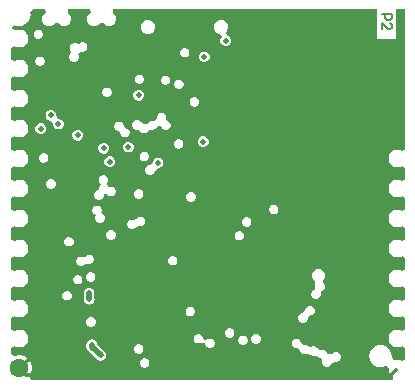
<source format=gbr>
%TF.GenerationSoftware,Altium Limited,Altium Designer,21.4.1 (30)*%
G04 Layer_Physical_Order=2*
G04 Layer_Color=36540*
%FSLAX26Y26*%
%MOIN*%
%TF.SameCoordinates,A13BDBB0-CAD7-4838-8454-AA6E24CDD61A*%
%TF.FilePolarity,Positive*%
%TF.FileFunction,Copper,L2,Inr,Signal*%
%TF.Part,Single*%
G01*
G75*
%TA.AperFunction,Conductor*%
%ADD11C,0.011811*%
%ADD45C,0.019685*%
%TA.AperFunction,NonConductor*%
%ADD48C,0.007874*%
%TA.AperFunction,ComponentPad*%
%ADD50C,0.062992*%
%TA.AperFunction,ViaPad*%
%ADD52C,0.019685*%
%ADD53C,0.039370*%
%ADD55C,0.023622*%
G36*
X1326541Y780828D02*
X1322743Y777827D01*
X1314730Y774887D01*
X1310527Y777314D01*
X1303072Y779312D01*
X1295354D01*
X1287899Y777314D01*
X1281216Y773455D01*
X1275758Y767998D01*
X1271900Y761314D01*
X1269902Y753859D01*
Y746142D01*
X1271900Y738687D01*
X1275758Y732003D01*
X1281216Y726546D01*
X1287899Y722687D01*
X1295354Y720689D01*
X1303072D01*
X1310527Y722687D01*
X1314730Y725114D01*
X1322743Y722174D01*
X1326541Y719173D01*
Y680828D01*
X1322743Y677827D01*
X1314730Y674887D01*
X1310527Y677314D01*
X1303072Y679312D01*
X1295354D01*
X1287899Y677314D01*
X1281216Y673455D01*
X1275758Y667998D01*
X1271900Y661314D01*
X1269902Y653859D01*
Y646142D01*
X1271900Y638687D01*
X1275758Y632003D01*
X1281216Y626546D01*
X1287899Y622687D01*
X1295354Y620689D01*
X1303072D01*
X1310527Y622687D01*
X1314730Y625114D01*
X1322743Y622174D01*
X1326541Y619173D01*
Y580828D01*
X1322743Y577827D01*
X1314730Y574887D01*
X1310527Y577314D01*
X1303072Y579312D01*
X1295354D01*
X1287899Y577314D01*
X1281216Y573455D01*
X1275758Y567998D01*
X1271900Y561314D01*
X1269902Y553859D01*
Y546142D01*
X1271900Y538687D01*
X1275758Y532003D01*
X1281216Y526546D01*
X1287899Y522687D01*
X1295354Y520689D01*
X1303072D01*
X1310527Y522687D01*
X1314730Y525114D01*
X1322743Y522174D01*
X1326541Y519173D01*
Y480828D01*
X1322743Y477827D01*
X1314730Y474887D01*
X1310527Y477314D01*
X1303072Y479312D01*
X1295354D01*
X1287899Y477314D01*
X1281216Y473455D01*
X1275758Y467998D01*
X1271900Y461314D01*
X1269902Y453859D01*
Y446142D01*
X1271900Y438687D01*
X1275758Y432003D01*
X1281216Y426546D01*
X1287899Y422687D01*
X1295354Y420690D01*
X1303072D01*
X1310527Y422687D01*
X1314730Y425114D01*
X1322743Y422175D01*
X1326541Y419173D01*
Y380828D01*
X1322743Y377827D01*
X1314730Y374887D01*
X1310527Y377314D01*
X1303072Y379312D01*
X1295354D01*
X1287899Y377314D01*
X1281216Y373455D01*
X1275758Y367998D01*
X1271900Y361314D01*
X1269902Y353859D01*
Y346142D01*
X1271900Y338687D01*
X1275758Y332003D01*
X1281216Y326546D01*
X1287899Y322687D01*
X1295354Y320690D01*
X1303072D01*
X1310527Y322687D01*
X1314730Y325114D01*
X1322743Y322175D01*
X1326541Y319173D01*
Y280828D01*
X1322743Y277827D01*
X1314730Y274887D01*
X1310527Y277314D01*
X1303072Y279312D01*
X1295354D01*
X1287899Y277314D01*
X1281216Y273455D01*
X1275758Y267998D01*
X1271900Y261314D01*
X1269902Y253859D01*
Y246142D01*
X1271900Y238687D01*
X1275758Y232003D01*
X1281216Y226546D01*
X1287899Y222687D01*
X1295354Y220690D01*
X1303072D01*
X1310527Y222687D01*
X1314730Y225114D01*
X1322743Y222174D01*
X1326541Y219173D01*
Y180828D01*
X1322743Y177827D01*
X1314730Y174887D01*
X1310527Y177314D01*
X1303072Y179311D01*
X1295354D01*
X1287899Y177314D01*
X1281216Y173455D01*
X1275758Y167998D01*
X1271900Y161314D01*
X1269902Y153859D01*
Y146142D01*
X1271900Y138687D01*
X1275758Y132003D01*
X1281216Y126546D01*
X1287899Y122687D01*
X1295354Y120689D01*
X1303072D01*
X1310527Y122687D01*
X1314730Y125114D01*
X1322743Y122174D01*
X1326541Y119173D01*
Y80828D01*
X1322743Y77826D01*
X1314730Y74887D01*
X1310527Y77314D01*
X1303072Y79311D01*
X1295354D01*
X1290313Y77961D01*
X1289098Y78362D01*
X1283729Y82143D01*
X1280039Y86414D01*
X1280680Y91281D01*
X1279401Y100993D01*
X1275653Y110043D01*
X1269689Y117815D01*
X1261917Y123779D01*
X1252867Y127528D01*
X1243154Y128806D01*
X1233442Y127528D01*
X1224392Y123779D01*
X1216620Y117815D01*
X1210656Y110043D01*
X1206907Y100993D01*
X1205629Y91281D01*
X1206907Y81568D01*
X1210656Y72518D01*
X1216620Y64746D01*
X1224392Y58782D01*
X1233442Y55033D01*
X1243154Y53755D01*
X1252867Y55033D01*
X1258629Y57420D01*
X1262261Y56273D01*
X1266989Y53218D01*
X1269902Y50022D01*
Y46142D01*
X1271900Y38687D01*
X1274699Y33838D01*
X1295037Y54176D01*
X1303389Y45825D01*
X1283051Y25486D01*
X1285879Y23853D01*
X1285405Y16135D01*
X1283847Y12042D01*
X79361D01*
X74776Y21806D01*
X74281Y23853D01*
X79725Y33283D01*
X82676Y44297D01*
Y55700D01*
X79725Y66715D01*
X74129Y76407D01*
X43545Y45823D01*
X35193Y54175D01*
X65777Y84759D01*
X56085Y90355D01*
X45071Y93306D01*
X33667D01*
X23853Y90676D01*
X21418Y91229D01*
X12042Y97867D01*
Y119170D01*
X15838Y122170D01*
X23853Y125111D01*
X28055Y122685D01*
X35510Y120688D01*
X43228D01*
X50683Y122685D01*
X57366Y126544D01*
X62824Y132001D01*
X66683Y138685D01*
X68680Y146140D01*
Y153858D01*
X66683Y161312D01*
X62824Y167996D01*
X57366Y173453D01*
X50683Y177312D01*
X43228Y179310D01*
X35510D01*
X28055Y177312D01*
X23853Y174886D01*
X15838Y177828D01*
X12042Y180828D01*
Y219177D01*
X15844Y222179D01*
X23853Y225117D01*
X28059Y222689D01*
X35513Y220691D01*
X43231D01*
X50686Y222689D01*
X57370Y226548D01*
X62827Y232005D01*
X66686Y238689D01*
X68683Y246143D01*
Y253861D01*
X66686Y261316D01*
X62827Y268000D01*
X57370Y273457D01*
X50686Y277316D01*
X43231Y279313D01*
X35513D01*
X28059Y277316D01*
X23853Y274888D01*
X15844Y277825D01*
X12042Y280828D01*
Y319177D01*
X15844Y322179D01*
X23853Y325116D01*
X28059Y322689D01*
X35513Y320691D01*
X43231D01*
X50686Y322689D01*
X57370Y326548D01*
X62827Y332005D01*
X66686Y338688D01*
X68683Y346143D01*
Y353861D01*
X66686Y361316D01*
X62827Y368000D01*
X57370Y373457D01*
X50686Y377316D01*
X43231Y379313D01*
X35513D01*
X28059Y377316D01*
X23853Y374888D01*
X15844Y377825D01*
X12042Y380828D01*
Y419177D01*
X15844Y422179D01*
X23853Y425116D01*
X28059Y422689D01*
X35513Y420691D01*
X43231D01*
X50686Y422689D01*
X57370Y426548D01*
X62827Y432005D01*
X66686Y438688D01*
X68683Y446143D01*
Y453861D01*
X66686Y461316D01*
X62827Y468000D01*
X57370Y473457D01*
X50686Y477316D01*
X43231Y479313D01*
X35513D01*
X28059Y477316D01*
X23853Y474888D01*
X15844Y477825D01*
X12042Y480828D01*
Y519177D01*
X15844Y522179D01*
X23853Y525116D01*
X28059Y522689D01*
X35513Y520691D01*
X43231D01*
X50686Y522689D01*
X57370Y526548D01*
X62827Y532005D01*
X66686Y538688D01*
X68683Y546143D01*
Y553861D01*
X66686Y561316D01*
X62827Y568000D01*
X57370Y573457D01*
X50686Y577316D01*
X43231Y579313D01*
X35513D01*
X28059Y577316D01*
X23853Y574888D01*
X15844Y577825D01*
X12042Y580828D01*
Y619177D01*
X15844Y622179D01*
X23853Y625116D01*
X28059Y622689D01*
X35513Y620691D01*
X43231D01*
X50686Y622689D01*
X57370Y626548D01*
X62827Y632005D01*
X66686Y638688D01*
X68683Y646143D01*
Y653861D01*
X66686Y661316D01*
X62827Y668000D01*
X57370Y673457D01*
X50686Y677316D01*
X43231Y679313D01*
X35513D01*
X28059Y677316D01*
X23853Y674888D01*
X15844Y677825D01*
X12042Y680828D01*
Y719177D01*
X15844Y722179D01*
X23853Y725116D01*
X28059Y722689D01*
X35513Y720691D01*
X43231D01*
X50686Y722689D01*
X57370Y726548D01*
X62827Y732005D01*
X66686Y738688D01*
X68683Y746143D01*
Y753861D01*
X66686Y761316D01*
X62827Y768000D01*
X57370Y773457D01*
X50686Y777316D01*
X43231Y779313D01*
X35513D01*
X28059Y777316D01*
X23853Y774888D01*
X15844Y777825D01*
X12042Y780828D01*
Y819177D01*
X15844Y822179D01*
X23853Y825116D01*
X28059Y822689D01*
X35513Y820691D01*
X43231D01*
X50686Y822689D01*
X57370Y826548D01*
X62827Y832005D01*
X66686Y838688D01*
X68683Y846143D01*
Y853861D01*
X66686Y861316D01*
X62827Y868000D01*
X57370Y873457D01*
X50686Y877316D01*
X43231Y879313D01*
X35513D01*
X28059Y877316D01*
X23853Y874888D01*
X15844Y877825D01*
X12042Y880828D01*
Y919177D01*
X15844Y922179D01*
X23853Y925116D01*
X28059Y922689D01*
X35513Y920691D01*
X43231D01*
X50686Y922689D01*
X57370Y926548D01*
X62827Y932005D01*
X66686Y938688D01*
X68683Y946143D01*
Y953861D01*
X66686Y961316D01*
X62827Y968000D01*
X57370Y973457D01*
X50686Y977316D01*
X43231Y979313D01*
X35513D01*
X28059Y977316D01*
X23853Y974888D01*
X15844Y977825D01*
X12042Y980828D01*
Y1019177D01*
X15844Y1022179D01*
X23853Y1025117D01*
X28059Y1022689D01*
X35513Y1020691D01*
X43231D01*
X50686Y1022689D01*
X57370Y1026547D01*
X62827Y1032005D01*
X66686Y1038688D01*
X68683Y1046143D01*
Y1053861D01*
X66686Y1061316D01*
X62827Y1067999D01*
X57370Y1073457D01*
X50686Y1077316D01*
X43231Y1079313D01*
X35513D01*
X28059Y1077316D01*
X23853Y1074888D01*
X15844Y1077825D01*
X12042Y1080828D01*
Y1119177D01*
X15844Y1122179D01*
X23853Y1125117D01*
X28059Y1122689D01*
X35513Y1120691D01*
X43231D01*
X50686Y1122689D01*
X57370Y1126547D01*
X62827Y1132005D01*
X66686Y1138688D01*
X68683Y1146143D01*
Y1153861D01*
X66686Y1161316D01*
X62827Y1167999D01*
X57370Y1173457D01*
X50686Y1177316D01*
X43231Y1179313D01*
X35513D01*
X28059Y1177316D01*
X26837Y1176610D01*
X15493Y1181917D01*
X15079Y1188485D01*
X18470Y1190823D01*
X25957Y1194272D01*
X29660Y1192738D01*
X39372Y1191459D01*
X49085Y1192738D01*
X58135Y1196487D01*
X65907Y1202450D01*
X71870Y1210222D01*
X75619Y1219273D01*
X76898Y1228985D01*
X75976Y1235990D01*
X80485Y1243612D01*
X84633Y1247801D01*
X126347D01*
X128697Y1235990D01*
X125990Y1234869D01*
X119345Y1228224D01*
X115749Y1219542D01*
Y1210144D01*
X119345Y1201462D01*
X125990Y1194817D01*
X134672Y1191221D01*
X144069D01*
X152751Y1194817D01*
X157391Y1199457D01*
X164371Y1200628D01*
X171350Y1199457D01*
X175990Y1194817D01*
X184672Y1191221D01*
X194069D01*
X202751Y1194817D01*
X209396Y1201462D01*
X212993Y1210144D01*
Y1219542D01*
X209396Y1228224D01*
X202751Y1234869D01*
X200044Y1235990D01*
X202394Y1247801D01*
X276348D01*
X278697Y1235990D01*
X275990Y1234869D01*
X269345Y1228224D01*
X265749Y1219542D01*
Y1210144D01*
X269345Y1201462D01*
X275990Y1194817D01*
X284672Y1191221D01*
X294069D01*
X302751Y1194817D01*
X307391Y1199457D01*
X314371Y1200628D01*
X321350Y1199457D01*
X325990Y1194817D01*
X334672Y1191221D01*
X344069D01*
X352751Y1194817D01*
X359396Y1201462D01*
X362993Y1210144D01*
Y1219542D01*
X359396Y1228224D01*
X352751Y1234869D01*
X350044Y1235990D01*
X352394Y1247801D01*
X1233053D01*
Y1148792D01*
X1296035D01*
Y1247801D01*
X1326541D01*
Y780828D01*
D02*
G37*
%LPC*%
G36*
X472485Y1212598D02*
X463087D01*
X454405Y1209002D01*
X447760Y1202357D01*
X444164Y1193675D01*
Y1184278D01*
X447760Y1175596D01*
X454405Y1168951D01*
X463087Y1165354D01*
X472485D01*
X481167Y1168951D01*
X487812Y1175596D01*
X491408Y1184278D01*
Y1193675D01*
X487812Y1202357D01*
X481167Y1209002D01*
X472485Y1212598D01*
D02*
G37*
G36*
X106117Y1179455D02*
X99852D01*
X94064Y1177058D01*
X89634Y1172628D01*
X87237Y1166840D01*
Y1160575D01*
X89634Y1154787D01*
X94064Y1150357D01*
X99852Y1147959D01*
X106117D01*
X111905Y1150357D01*
X116335Y1154787D01*
X118733Y1160575D01*
Y1166840D01*
X116335Y1172628D01*
X111905Y1177058D01*
X106117Y1179455D01*
D02*
G37*
G36*
X253136Y1137556D02*
X246871D01*
X241083Y1135159D01*
X236653Y1130729D01*
X225434Y1134180D01*
X219169D01*
X213381Y1131782D01*
X208951Y1127352D01*
X206554Y1121564D01*
Y1115299D01*
X208951Y1109511D01*
X212186Y1103074D01*
X208577Y1097011D01*
X206180Y1091223D01*
Y1084958D01*
X208577Y1079170D01*
X213007Y1074740D01*
X218795Y1072343D01*
X225060D01*
X230848Y1074740D01*
X235278Y1079170D01*
X237676Y1084958D01*
Y1091223D01*
X235279Y1097011D01*
X235125Y1097316D01*
X243415Y1107123D01*
X246871Y1106060D01*
X253136D01*
X258924Y1108457D01*
X263354Y1112888D01*
X265752Y1118676D01*
Y1124940D01*
X263354Y1130728D01*
X258924Y1135159D01*
X253136Y1137556D01*
D02*
G37*
G36*
X716686Y1212598D02*
X707289D01*
X698607Y1209002D01*
X691962Y1202357D01*
X688365Y1193675D01*
Y1184278D01*
X691962Y1175596D01*
X698607Y1168951D01*
X707289Y1165354D01*
X709227D01*
X713745Y1153543D01*
X711956Y1151755D01*
X709259Y1145243D01*
Y1138195D01*
X711956Y1131683D01*
X716940Y1126700D01*
X723452Y1124003D01*
X730500D01*
X737011Y1126700D01*
X741995Y1131683D01*
X744692Y1138195D01*
Y1145243D01*
X741995Y1151755D01*
X737011Y1156738D01*
X731055Y1159206D01*
X730284Y1160527D01*
X730144Y1160917D01*
X727664Y1171246D01*
X732013Y1175596D01*
X735609Y1184278D01*
Y1193675D01*
X732013Y1202357D01*
X725368Y1209002D01*
X716686Y1212598D01*
D02*
G37*
G36*
X593684Y1118111D02*
X587419D01*
X581631Y1115713D01*
X577201Y1111283D01*
X574803Y1105495D01*
Y1099230D01*
X577201Y1093442D01*
X581631Y1089012D01*
X587419Y1086615D01*
X593684D01*
X599472Y1089012D01*
X603902Y1093442D01*
X606299Y1099230D01*
Y1105495D01*
X603902Y1111283D01*
X599472Y1115713D01*
X593684Y1118111D01*
D02*
G37*
G36*
X659439Y1105807D02*
X652391D01*
X645879Y1103110D01*
X640896Y1098126D01*
X638198Y1091615D01*
Y1084567D01*
X640896Y1078055D01*
X645879Y1073071D01*
X652391Y1070374D01*
X659439D01*
X665951Y1073071D01*
X670934Y1078055D01*
X673631Y1084567D01*
Y1091615D01*
X670934Y1098126D01*
X665951Y1103110D01*
X659439Y1105807D01*
D02*
G37*
G36*
X111464Y1089383D02*
X105199D01*
X99411Y1086985D01*
X94981Y1082555D01*
X92584Y1076767D01*
Y1070502D01*
X94981Y1064714D01*
X99411Y1060284D01*
X105199Y1057887D01*
X111464D01*
X117252Y1060284D01*
X121682Y1064714D01*
X124080Y1070502D01*
Y1076767D01*
X121682Y1082555D01*
X117252Y1086985D01*
X111464Y1089383D01*
D02*
G37*
G36*
X442974Y1029035D02*
X436709D01*
X430921Y1026638D01*
X426491Y1022208D01*
X424094Y1016420D01*
Y1010155D01*
X426491Y1004367D01*
X430921Y999937D01*
X436709Y997539D01*
X442974D01*
X448762Y999937D01*
X453192Y1004367D01*
X455590Y1010155D01*
Y1016420D01*
X453192Y1022208D01*
X448762Y1026638D01*
X442974Y1029035D01*
D02*
G37*
G36*
X529799Y1026081D02*
X523534D01*
X517746Y1023683D01*
X513317Y1019253D01*
X510919Y1013465D01*
Y1007200D01*
X513317Y1001412D01*
X517746Y996982D01*
X523534Y994585D01*
X529799D01*
X535587Y996982D01*
X540018Y1001412D01*
X542415Y1007200D01*
Y1013465D01*
X540018Y1019253D01*
X535587Y1023683D01*
X529799Y1026081D01*
D02*
G37*
G36*
X573995Y1012268D02*
X567730D01*
X561942Y1009870D01*
X557512Y1005440D01*
X555115Y999652D01*
Y993387D01*
X557512Y987599D01*
X561942Y983169D01*
X567730Y980772D01*
X573995D01*
X579783Y983169D01*
X584213Y987599D01*
X586611Y993387D01*
Y999652D01*
X584213Y1005440D01*
X579783Y1009870D01*
X573995Y1012268D01*
D02*
G37*
G36*
X334639Y985943D02*
X328374D01*
X322586Y983546D01*
X318156Y979116D01*
X315759Y973328D01*
Y967063D01*
X318156Y961275D01*
X322586Y956845D01*
X328374Y954447D01*
X334639D01*
X340427Y956845D01*
X344857Y961275D01*
X347255Y967063D01*
Y973328D01*
X344857Y979116D01*
X340427Y983546D01*
X334639Y985943D01*
D02*
G37*
G36*
X440354Y977724D02*
X433306D01*
X426794Y975026D01*
X421810Y970043D01*
X419113Y963531D01*
Y956483D01*
X421810Y949971D01*
X426794Y944988D01*
X433306Y942291D01*
X440354D01*
X446865Y944988D01*
X451849Y949971D01*
X454546Y956483D01*
Y963531D01*
X451849Y970043D01*
X446865Y975026D01*
X440354Y977724D01*
D02*
G37*
G36*
X626179Y953170D02*
X619914D01*
X614126Y950772D01*
X609696Y946342D01*
X607299Y940554D01*
Y934289D01*
X609696Y928501D01*
X614126Y924071D01*
X619914Y921674D01*
X626179D01*
X631967Y924071D01*
X636397Y928501D01*
X638795Y934289D01*
Y940554D01*
X636397Y946342D01*
X631967Y950772D01*
X626179Y953170D01*
D02*
G37*
G36*
X516836Y901856D02*
X510571D01*
X504783Y899459D01*
X500353Y895029D01*
X497956Y889241D01*
Y882976D01*
X498215Y882349D01*
X497392Y881209D01*
X488689Y874484D01*
X485864Y875654D01*
X479599D01*
X473811Y873257D01*
X469381Y868827D01*
X466145Y863188D01*
X459643Y864341D01*
X453378D01*
X445448Y870302D01*
X441018Y874732D01*
X435230Y877129D01*
X428965D01*
X423177Y874732D01*
X418747Y870302D01*
X416350Y864514D01*
Y858249D01*
X418747Y852461D01*
X423177Y848031D01*
X428965Y845633D01*
X435230D01*
X443160Y839673D01*
X447590Y835242D01*
X453378Y832845D01*
X459643D01*
X465431Y835242D01*
X469861Y839673D01*
X473097Y845312D01*
X479599Y844158D01*
X485864D01*
X491652Y846556D01*
X496082Y850986D01*
X497935Y855458D01*
X503445Y858453D01*
X510291Y860768D01*
X511808Y859743D01*
Y856804D01*
X514205Y851016D01*
X518635Y846586D01*
X524423Y844188D01*
X530688D01*
X536476Y846586D01*
X540906Y851016D01*
X543304Y856804D01*
Y863069D01*
X540906Y868857D01*
X536476Y873287D01*
X530688Y875684D01*
X529452Y882976D01*
Y889241D01*
X527054Y895029D01*
X522624Y899459D01*
X516836Y901856D01*
D02*
G37*
G36*
X148371Y910772D02*
X141323D01*
X134811Y908075D01*
X129827Y903091D01*
X127130Y896580D01*
Y889532D01*
X129827Y883020D01*
X134811Y878037D01*
X141323Y875339D01*
X141536D01*
X150098Y868732D01*
X151224Y864427D01*
Y860815D01*
X153921Y854303D01*
X158905Y849320D01*
X165416Y846622D01*
X172464D01*
X178976Y849320D01*
X183960Y854303D01*
X186657Y860815D01*
Y867863D01*
X183960Y874375D01*
X178976Y879358D01*
X172464Y882056D01*
X172250D01*
X163689Y888663D01*
X162563Y892967D01*
Y896580D01*
X159866Y903091D01*
X154882Y908075D01*
X148371Y910772D01*
D02*
G37*
G36*
X113761Y866832D02*
X106713D01*
X100201Y864135D01*
X95217Y859151D01*
X92520Y852640D01*
Y845592D01*
X95217Y839080D01*
X100201Y834096D01*
X106713Y831399D01*
X113761D01*
X120272Y834096D01*
X125256Y839080D01*
X127953Y845592D01*
Y852640D01*
X125256Y859151D01*
X120272Y864135D01*
X113761Y866832D01*
D02*
G37*
G36*
X375179Y871965D02*
X368914D01*
X363126Y869568D01*
X358696Y865138D01*
X356299Y859350D01*
Y853085D01*
X358696Y847297D01*
X363126Y842867D01*
X368914Y840469D01*
X375074Y839176D01*
X375074Y832912D01*
X375074Y832911D01*
X377471Y827123D01*
X381901Y822693D01*
X387689Y820295D01*
X393954D01*
X399742Y822693D01*
X404172Y827123D01*
X406570Y832911D01*
Y839176D01*
X404172Y844964D01*
X399742Y849394D01*
X393954Y851791D01*
X387795Y853085D01*
X387795Y859349D01*
X387795Y859350D01*
X385397Y865138D01*
X380967Y869568D01*
X375179Y871965D01*
D02*
G37*
G36*
X237482Y844160D02*
X230434D01*
X223922Y841462D01*
X218938Y836479D01*
X216241Y829967D01*
Y822919D01*
X218938Y816408D01*
X223922Y811424D01*
X230434Y808727D01*
X237482D01*
X243993Y811424D01*
X248977Y816408D01*
X251674Y822919D01*
Y829967D01*
X248977Y836479D01*
X243993Y841462D01*
X237482Y844160D01*
D02*
G37*
G36*
X656530Y822891D02*
X649482D01*
X642971Y820194D01*
X637987Y815210D01*
X635290Y808698D01*
Y801650D01*
X637987Y795139D01*
X642971Y790155D01*
X649482Y787458D01*
X656530D01*
X663042Y790155D01*
X668025Y795139D01*
X670723Y801650D01*
Y808698D01*
X668025Y815210D01*
X663042Y820194D01*
X656530Y822891D01*
D02*
G37*
G36*
X573106Y813642D02*
X566841D01*
X561053Y811245D01*
X556624Y806815D01*
X554226Y801027D01*
Y794762D01*
X556624Y788974D01*
X561053Y784544D01*
X566841Y782146D01*
X573106D01*
X578894Y784544D01*
X583324Y788974D01*
X585722Y794762D01*
Y801027D01*
X583324Y806815D01*
X578894Y811245D01*
X573106Y813642D01*
D02*
G37*
G36*
X405923Y804907D02*
X398875D01*
X392363Y802209D01*
X387380Y797226D01*
X384683Y790714D01*
Y783666D01*
X387380Y777154D01*
X392363Y772171D01*
X398875Y769474D01*
X405923D01*
X412435Y772171D01*
X417418Y777154D01*
X420115Y783666D01*
Y790714D01*
X417418Y797226D01*
X412435Y802209D01*
X405923Y804907D01*
D02*
G37*
G36*
X324368Y800927D02*
X317320D01*
X310809Y798230D01*
X305825Y793246D01*
X303128Y786735D01*
Y779687D01*
X305825Y773175D01*
X310809Y768191D01*
X317320Y765494D01*
X324368D01*
X330880Y768191D01*
X335864Y773175D01*
X338561Y779687D01*
Y786735D01*
X335864Y793246D01*
X330880Y798230D01*
X324368Y800927D01*
D02*
G37*
G36*
X458792Y771868D02*
X452527D01*
X446739Y769470D01*
X442309Y765040D01*
X439911Y759252D01*
Y752987D01*
X442309Y747199D01*
X446739Y742769D01*
X452527Y740372D01*
X458792D01*
X464580Y742769D01*
X469010Y747199D01*
X471408Y752987D01*
Y759252D01*
X469010Y765040D01*
X464580Y769470D01*
X458792Y771868D01*
D02*
G37*
G36*
X123212Y766822D02*
X116947D01*
X111159Y764424D01*
X106729Y759994D01*
X104331Y754206D01*
Y747941D01*
X106729Y742153D01*
X111159Y737723D01*
X116947Y735326D01*
X123212D01*
X129000Y737723D01*
X133430Y742153D01*
X135827Y747941D01*
Y754206D01*
X133430Y759994D01*
X129000Y764424D01*
X123212Y766822D01*
D02*
G37*
G36*
X344401Y756894D02*
X337353D01*
X330841Y754196D01*
X325857Y749213D01*
X323160Y742701D01*
Y735653D01*
X325857Y729141D01*
X330841Y724158D01*
X337353Y721461D01*
X344401D01*
X350912Y724158D01*
X355896Y729141D01*
X358593Y735653D01*
Y742701D01*
X355896Y749213D01*
X350912Y754196D01*
X344401Y756894D01*
D02*
G37*
G36*
X505652Y752330D02*
X498604D01*
X492093Y749633D01*
X487109Y744649D01*
X484412Y738137D01*
Y736585D01*
X479402Y729003D01*
X473509Y726548D01*
X471516D01*
X465728Y724150D01*
X461298Y719720D01*
X458900Y713932D01*
Y707667D01*
X461298Y701879D01*
X465728Y697449D01*
X471516Y695052D01*
X477781D01*
X483569Y697449D01*
X487999Y701879D01*
X490341Y707535D01*
X490396Y707667D01*
X497743Y715928D01*
X501308Y716897D01*
X505652D01*
X512164Y719594D01*
X517148Y724578D01*
X519845Y731089D01*
Y738137D01*
X517148Y744649D01*
X512164Y749633D01*
X505652Y752330D01*
D02*
G37*
G36*
X147596Y680450D02*
X141331D01*
X135543Y678053D01*
X131113Y673623D01*
X128716Y667835D01*
Y661570D01*
X131113Y655782D01*
X135543Y651352D01*
X141331Y648954D01*
X147596D01*
X153384Y651352D01*
X157814Y655782D01*
X160212Y661570D01*
Y667835D01*
X157814Y673623D01*
X153384Y678053D01*
X147596Y680450D01*
D02*
G37*
G36*
X322624Y694540D02*
X316359D01*
X310571Y692142D01*
X306141Y687712D01*
X303743Y681924D01*
Y675659D01*
X306141Y669871D01*
X310389Y665053D01*
X307494Y658881D01*
X305096Y653093D01*
Y646828D01*
X302827Y643432D01*
X301487D01*
X295699Y641034D01*
X291269Y636605D01*
X288872Y630817D01*
Y624552D01*
X291269Y618764D01*
X295699Y614333D01*
X301487Y611936D01*
X307752D01*
X313540Y614333D01*
X317970Y618764D01*
X320368Y624552D01*
Y630816D01*
X330784Y634758D01*
X333103Y630543D01*
X337533Y626114D01*
X343321Y623716D01*
X349586D01*
X355374Y626114D01*
X359804Y630544D01*
X362202Y636332D01*
Y642597D01*
X359804Y648385D01*
X355374Y652815D01*
X349586Y655212D01*
X343321D01*
X337264Y653305D01*
X334195Y658881D01*
X329947Y663700D01*
X332842Y669871D01*
X335239Y675659D01*
Y681924D01*
X332842Y687712D01*
X328412Y692142D01*
X322624Y694540D01*
D02*
G37*
G36*
X440450Y647173D02*
X434185D01*
X428397Y644775D01*
X423967Y640346D01*
X421569Y634558D01*
Y628293D01*
X423967Y622505D01*
X428397Y618074D01*
X434185Y615677D01*
X440450D01*
X446238Y618074D01*
X450668Y622505D01*
X453065Y628293D01*
Y634558D01*
X450668Y640346D01*
X446238Y644775D01*
X440450Y647173D01*
D02*
G37*
G36*
X615141Y636588D02*
X608876D01*
X603088Y634190D01*
X598658Y629760D01*
X596260Y623972D01*
Y617707D01*
X598658Y611919D01*
X603088Y607489D01*
X608876Y605092D01*
X615141D01*
X620929Y607489D01*
X625359Y611919D01*
X627756Y617707D01*
Y623972D01*
X625359Y629760D01*
X620929Y634190D01*
X615141Y636588D01*
D02*
G37*
G36*
X890455Y595189D02*
X884190D01*
X878402Y592792D01*
X873972Y588362D01*
X871574Y582574D01*
Y576309D01*
X873972Y570521D01*
X878402Y566091D01*
X884190Y563693D01*
X890455D01*
X896243Y566091D01*
X900673Y570521D01*
X903070Y576309D01*
Y582574D01*
X900673Y588362D01*
X896243Y592792D01*
X890455Y595189D01*
D02*
G37*
G36*
X446733Y555987D02*
X440468D01*
X434680Y553590D01*
X431088Y549997D01*
X430250Y549160D01*
X419832Y545333D01*
X417459Y545913D01*
X411194D01*
X405406Y543515D01*
X400976Y539085D01*
X398578Y533297D01*
Y527032D01*
X400976Y521244D01*
X405406Y516814D01*
X411194Y514417D01*
X417459D01*
X423247Y516814D01*
X426839Y520407D01*
X427677Y521244D01*
X438095Y525072D01*
X440469Y524491D01*
X446733D01*
X452521Y526889D01*
X456951Y531319D01*
X459349Y537107D01*
Y543372D01*
X456951Y549160D01*
X452521Y553590D01*
X446733Y555987D01*
D02*
G37*
G36*
X301004Y592743D02*
X294739D01*
X288951Y590346D01*
X284521Y585916D01*
X282124Y580128D01*
Y573863D01*
X284521Y568075D01*
X288951Y563645D01*
X294296Y559916D01*
X292279Y553862D01*
Y547597D01*
X294677Y541809D01*
X299107Y537379D01*
X304895Y534982D01*
X311160D01*
X316948Y537379D01*
X321378Y541809D01*
X323775Y547597D01*
Y553862D01*
X321378Y559650D01*
X316948Y564080D01*
X311603Y567809D01*
X313620Y573863D01*
Y580128D01*
X311222Y585916D01*
X306792Y590346D01*
X301004Y592743D01*
D02*
G37*
G36*
X800111Y553148D02*
X793846D01*
X788058Y550750D01*
X783628Y546320D01*
X781230Y540532D01*
Y534267D01*
X783628Y528479D01*
X788058Y524049D01*
X793846Y521652D01*
X800111D01*
X805899Y524049D01*
X810329Y528479D01*
X812726Y534267D01*
Y540532D01*
X810329Y546320D01*
X805899Y550750D01*
X800111Y553148D01*
D02*
G37*
G36*
X347876Y509797D02*
X341611D01*
X335823Y507399D01*
X331393Y502969D01*
X328996Y497181D01*
Y490916D01*
X331393Y485128D01*
X335823Y480698D01*
X341611Y478301D01*
X347876D01*
X353664Y480698D01*
X358094Y485128D01*
X360492Y490916D01*
Y497181D01*
X358094Y502969D01*
X353664Y507399D01*
X347876Y509797D01*
D02*
G37*
G36*
X775550Y508289D02*
X769285D01*
X763497Y505892D01*
X759067Y501462D01*
X756669Y495674D01*
Y489409D01*
X759067Y483621D01*
X763497Y479191D01*
X769285Y476793D01*
X775550D01*
X781338Y479191D01*
X785768Y483621D01*
X788165Y489409D01*
Y495674D01*
X785768Y501462D01*
X781338Y505892D01*
X775550Y508289D01*
D02*
G37*
G36*
X207339Y488022D02*
X201073D01*
X195286Y485624D01*
X190856Y481194D01*
X188458Y475406D01*
Y469141D01*
X190856Y463353D01*
X195286Y458923D01*
X201073Y456526D01*
X207339D01*
X213126Y458923D01*
X217556Y463353D01*
X219954Y469141D01*
Y475406D01*
X217556Y481194D01*
X213126Y485624D01*
X207339Y488022D01*
D02*
G37*
G36*
X553197Y424847D02*
X546932D01*
X541144Y422450D01*
X536713Y418020D01*
X534316Y412232D01*
Y405967D01*
X536713Y400179D01*
X541144Y395749D01*
X546932Y393351D01*
X553197D01*
X558985Y395749D01*
X563414Y400179D01*
X565812Y405967D01*
Y412232D01*
X563414Y418020D01*
X558985Y422450D01*
X553197Y424847D01*
D02*
G37*
G36*
X275655Y428927D02*
X269390D01*
X263602Y426529D01*
X259172Y422099D01*
X247894Y421931D01*
X241629D01*
X235841Y419534D01*
X231411Y415104D01*
X229013Y409316D01*
Y403051D01*
X231411Y397263D01*
X235841Y392833D01*
X241629Y390435D01*
X247894D01*
X253682Y392833D01*
X258112Y397263D01*
X269390Y397431D01*
X275655D01*
X281443Y399828D01*
X285873Y404258D01*
X288271Y410046D01*
Y416311D01*
X285873Y422099D01*
X281443Y426529D01*
X275655Y428927D01*
D02*
G37*
G36*
X280397Y369872D02*
X274132D01*
X268344Y367474D01*
X263914Y363044D01*
X261517Y357256D01*
Y350991D01*
X263914Y345203D01*
X268344Y340773D01*
X274132Y338376D01*
X280397D01*
X286185Y340773D01*
X290615Y345203D01*
X293012Y350991D01*
Y357256D01*
X290615Y363044D01*
X286185Y367474D01*
X280397Y369872D01*
D02*
G37*
G36*
X237090Y361684D02*
X230825D01*
X225037Y359287D01*
X220607Y354857D01*
X218209Y349069D01*
Y342804D01*
X220607Y337016D01*
X225037Y332586D01*
X230825Y330188D01*
X237090D01*
X242878Y332586D01*
X247308Y337016D01*
X249706Y342804D01*
Y349069D01*
X247308Y354857D01*
X242878Y359287D01*
X237090Y361684D01*
D02*
G37*
G36*
X1041241Y381697D02*
X1032627D01*
X1024668Y378400D01*
X1018577Y372309D01*
X1015280Y364351D01*
Y355736D01*
X1018577Y347778D01*
X1023100Y343255D01*
X1024195Y342159D01*
X1024890Y340054D01*
X1026509Y328140D01*
X1025399Y325459D01*
Y319195D01*
X1024422Y312693D01*
X1018634Y310296D01*
X1014204Y305866D01*
X1011807Y300078D01*
Y293813D01*
X1014204Y288025D01*
X1018634Y283595D01*
X1024422Y281197D01*
X1030687D01*
X1036475Y283595D01*
X1040905Y288025D01*
X1043303Y293813D01*
Y300077D01*
X1044280Y306579D01*
X1050068Y308976D01*
X1054497Y313406D01*
X1056895Y319195D01*
Y325459D01*
X1054497Y331248D01*
X1054345Y331400D01*
X1050988Y338112D01*
X1054245Y346731D01*
X1055291Y347778D01*
X1058587Y355736D01*
Y364351D01*
X1055291Y372309D01*
X1049200Y378400D01*
X1041241Y381697D01*
D02*
G37*
G36*
X201952Y307811D02*
X195687D01*
X189899Y305413D01*
X185469Y300983D01*
X183071Y295195D01*
Y288930D01*
X185469Y283142D01*
X189899Y278712D01*
X195687Y276315D01*
X201952D01*
X207740Y278712D01*
X212170Y283142D01*
X214567Y288930D01*
Y295195D01*
X212170Y300983D01*
X207740Y305413D01*
X201952Y307811D01*
D02*
G37*
G36*
X271776Y318357D02*
X270031Y318010D01*
X268252D01*
X266608Y317329D01*
X264863Y316982D01*
X263384Y315994D01*
X261740Y315313D01*
X260483Y314055D01*
X259003Y313067D01*
X258015Y311587D01*
X256757Y310329D01*
X256076Y308686D01*
X255087Y307206D01*
X254740Y305461D01*
X254060Y303818D01*
Y302039D01*
X253712Y300294D01*
Y280867D01*
X254350Y277661D01*
Y277052D01*
X254583Y276490D01*
X255087Y273954D01*
X256524Y271804D01*
X257047Y270540D01*
X258015Y269573D01*
X259003Y268094D01*
X259294Y267803D01*
X260773Y266815D01*
X262031Y265557D01*
X263674Y264876D01*
X265154Y263887D01*
X266899Y263540D01*
X268543Y262860D01*
X270322D01*
X272067Y262512D01*
X273812Y262860D01*
X275591D01*
X277234Y263540D01*
X278979Y263887D01*
X280459Y264876D01*
X282102Y265557D01*
X283360Y266815D01*
X284839Y267803D01*
X285828Y269283D01*
X287086Y270540D01*
X287767Y272184D01*
X288755Y273663D01*
X289102Y275409D01*
X289783Y277052D01*
Y278831D01*
X290130Y280576D01*
X289840Y282037D01*
Y300294D01*
X289493Y302039D01*
Y303818D01*
X288812Y305461D01*
X288465Y307206D01*
X287476Y308686D01*
X286795Y310329D01*
X285537Y311587D01*
X284549Y313067D01*
X283070Y314055D01*
X281812Y315313D01*
X280168Y315994D01*
X278689Y316982D01*
X276944Y317329D01*
X275300Y318010D01*
X273521D01*
X271776Y318357D01*
D02*
G37*
G36*
X612836Y255189D02*
X606571D01*
X600783Y252791D01*
X596352Y248361D01*
X593955Y242573D01*
Y236308D01*
X596352Y230520D01*
X600783Y226090D01*
X606571Y223693D01*
X612836D01*
X618624Y226090D01*
X623053Y230520D01*
X625451Y236308D01*
Y242573D01*
X623053Y248361D01*
X618624Y252791D01*
X612836Y255189D01*
D02*
G37*
G36*
X1011875Y258245D02*
X1005610D01*
X999822Y255848D01*
X995392Y251418D01*
X992995Y245630D01*
Y244468D01*
X989547Y237564D01*
X982484Y233875D01*
X981440D01*
X975652Y231478D01*
X971222Y227048D01*
X968825Y221260D01*
Y214995D01*
X971222Y209207D01*
X975652Y204777D01*
X981440Y202379D01*
X987705D01*
X993493Y204777D01*
X997923Y209207D01*
X1000321Y214995D01*
Y216156D01*
X1003768Y223060D01*
X1010831Y226749D01*
X1011875D01*
X1017663Y229147D01*
X1022093Y233577D01*
X1024491Y239365D01*
Y245630D01*
X1022093Y251418D01*
X1017663Y255848D01*
X1011875Y258245D01*
D02*
G37*
G36*
X281164Y220474D02*
X274899D01*
X269111Y218076D01*
X264682Y213646D01*
X262284Y207858D01*
Y201593D01*
X264682Y195805D01*
X269111Y191375D01*
X274899Y188978D01*
X281164D01*
X286952Y191375D01*
X291382Y195805D01*
X293780Y201593D01*
Y207858D01*
X291382Y213646D01*
X286952Y218076D01*
X281164Y220474D01*
D02*
G37*
G36*
X743445Y183276D02*
X737180D01*
X731392Y180878D01*
X726962Y176448D01*
X724564Y170660D01*
Y164395D01*
X726962Y158607D01*
X731392Y154177D01*
X737180Y151780D01*
X743445D01*
X749233Y154177D01*
X753663Y158607D01*
X756061Y164395D01*
Y170660D01*
X753663Y176448D01*
X749233Y180878D01*
X743445Y183276D01*
D02*
G37*
G36*
X831314Y163387D02*
X825049D01*
X819261Y160990D01*
X814831Y156560D01*
X812434Y150772D01*
Y144507D01*
X814831Y138719D01*
X819261Y134289D01*
X825049Y131891D01*
X831314D01*
X837102Y134289D01*
X841532Y138719D01*
X843930Y144507D01*
Y150772D01*
X841532Y156560D01*
X837102Y160990D01*
X831314Y163387D01*
D02*
G37*
G36*
X787471Y159131D02*
X781206D01*
X775418Y156734D01*
X770988Y152304D01*
X768591Y146516D01*
Y140251D01*
X770988Y134463D01*
X775418Y130033D01*
X781206Y127635D01*
X787471D01*
X793259Y130033D01*
X797689Y134463D01*
X800087Y140251D01*
Y146516D01*
X797689Y152304D01*
X793259Y156734D01*
X787471Y159131D01*
D02*
G37*
G36*
X639331Y164384D02*
X633066D01*
X627278Y161987D01*
X622848Y157556D01*
X620450Y151768D01*
Y145504D01*
X622848Y139715D01*
X627278Y135286D01*
X633066Y132888D01*
X638384D01*
X639331Y132888D01*
X639332Y132889D01*
X645119Y135285D01*
X648384Y137261D01*
X648384D01*
Y137260D01*
X658583Y133780D01*
X658862Y133597D01*
Y130427D01*
X661259Y124639D01*
X665689Y120209D01*
X671477Y117812D01*
X677742D01*
X683530Y120209D01*
X687960Y124639D01*
X690358Y130427D01*
Y136692D01*
X687960Y142480D01*
X683530Y146910D01*
X677742Y149308D01*
X672424D01*
X671477Y149308D01*
X671476Y149307D01*
X665689Y146910D01*
X662424Y144935D01*
X662423D01*
Y144935D01*
X652225Y148416D01*
X651946Y148599D01*
Y151768D01*
X649549Y157556D01*
X645119Y161987D01*
X639331Y164384D01*
D02*
G37*
G36*
X440365Y130193D02*
X434100D01*
X428312Y127796D01*
X423882Y123365D01*
X421484Y117578D01*
Y111312D01*
X423882Y105525D01*
X428312Y101094D01*
X434100Y98697D01*
X440365D01*
X446153Y101094D01*
X450583Y105525D01*
X452980Y111312D01*
Y117578D01*
X450583Y123365D01*
X446153Y127796D01*
X440365Y130193D01*
D02*
G37*
G36*
X280711Y146396D02*
X273799Y145021D01*
X267938Y141105D01*
X264023Y135245D01*
X262648Y128332D01*
Y122244D01*
X264023Y115332D01*
X267938Y109472D01*
X297142Y80268D01*
X303002Y76352D01*
X309915Y74977D01*
X316828Y76352D01*
X322688Y80268D01*
X326604Y86128D01*
X327979Y93041D01*
X326604Y99953D01*
X322688Y105814D01*
X298429Y130073D01*
X297400Y135245D01*
X293484Y141105D01*
X287624Y145021D01*
X280711Y146396D01*
D02*
G37*
G36*
X965437Y149308D02*
X959172D01*
X953384Y146910D01*
X948954Y142480D01*
X946556Y136692D01*
Y130427D01*
X948954Y124639D01*
X953384Y120209D01*
X959172Y117812D01*
X965437D01*
X965462Y117822D01*
X966177Y117639D01*
X976374Y109926D01*
Y108774D01*
X978771Y102986D01*
X983201Y98556D01*
X988989Y96158D01*
X995254D01*
X1001042Y98556D01*
X1010760Y94619D01*
X1016548Y92221D01*
X1022813Y92221D01*
X1029494Y91082D01*
X1030340Y90910D01*
X1035738Y88550D01*
X1041207Y83576D01*
X1046995Y81179D01*
X1047855Y74442D01*
Y68177D01*
X1050253Y62389D01*
X1054682Y57959D01*
X1060470Y55562D01*
X1066736D01*
X1072524Y57959D01*
X1076954Y62389D01*
X1078474Y66059D01*
X1080515Y68615D01*
X1091162Y72615D01*
X1091351Y72536D01*
X1097616D01*
X1103404Y74934D01*
X1107834Y79364D01*
X1110232Y85152D01*
Y91417D01*
X1107834Y97205D01*
X1103404Y101635D01*
X1097616Y104032D01*
X1091351D01*
X1085563Y101635D01*
X1081133Y97205D01*
X1069261Y96868D01*
X1068316Y97172D01*
X1065875Y99202D01*
Y100060D01*
X1063478Y105848D01*
X1059048Y110278D01*
X1053260Y112675D01*
X1046995D01*
X1046648Y112531D01*
X1040714Y111775D01*
X1033425Y116628D01*
X1032710Y117211D01*
X1032073Y117848D01*
X1028601Y121320D01*
X1022813Y123717D01*
X1016548D01*
X1010760Y121320D01*
X1001042Y125257D01*
X995254Y127654D01*
X988989D01*
X988964Y127644D01*
X988249Y127826D01*
X978052Y135539D01*
Y136692D01*
X975655Y142480D01*
X971225Y146910D01*
X965437Y149308D01*
D02*
G37*
G36*
X459759Y82972D02*
X453494D01*
X447706Y80575D01*
X443276Y76145D01*
X440878Y70357D01*
Y64092D01*
X443276Y58304D01*
X447706Y53874D01*
X453494Y51476D01*
X459759D01*
X465547Y53874D01*
X469977Y58304D01*
X472374Y64092D01*
Y70357D01*
X469977Y76145D01*
X465547Y80575D01*
X459759Y82972D01*
D02*
G37*
%LPD*%
D11*
X39369Y49112D02*
X62037Y26444D01*
X94489D01*
D45*
X280711Y122244D02*
Y128332D01*
Y122244D02*
X309915Y93041D01*
X271776Y280867D02*
Y300294D01*
Y280867D02*
X272067Y280576D01*
D48*
X1248801Y1232759D02*
X1280287D01*
Y1217016D01*
X1275039Y1211768D01*
X1264544D01*
X1259296Y1217016D01*
Y1232759D01*
X1248801Y1180283D02*
Y1201273D01*
X1269791Y1180283D01*
X1275039D01*
X1280287Y1185530D01*
Y1196025D01*
X1275039Y1201273D01*
D50*
X39369Y49999D02*
D03*
D52*
X1248205Y139780D02*
D03*
X623906Y579844D02*
D03*
X342387Y142477D02*
D03*
X168940Y864339D02*
D03*
X422294Y806270D02*
D03*
X486807Y764996D02*
D03*
X402399Y787190D02*
D03*
X295585Y1038552D02*
D03*
X346766Y1039580D02*
D03*
X590774Y1225211D02*
D03*
X588038Y1161032D02*
D03*
X505183Y396347D02*
D03*
X590774Y282698D02*
D03*
X505183Y360043D02*
D03*
X228812Y792402D02*
D03*
X233958Y826443D02*
D03*
X520630Y803278D02*
D03*
X110237Y849116D02*
D03*
X436830Y960007D02*
D03*
X320844Y783211D02*
D03*
X319247Y722099D02*
D03*
X340877Y739177D02*
D03*
X533585Y757103D02*
D03*
X564482Y707426D02*
D03*
X711137Y538681D02*
D03*
X654193Y475029D02*
D03*
X677191Y496414D02*
D03*
X144847Y893056D02*
D03*
X502128Y734613D02*
D03*
X311440Y600982D02*
D03*
X491337Y669349D02*
D03*
X532837Y639725D02*
D03*
X125020Y160228D02*
D03*
X727882Y1056301D02*
D03*
X1150081Y111906D02*
D03*
X1079725Y338745D02*
D03*
X1104595Y393802D02*
D03*
X1150081Y439723D02*
D03*
X1310518Y857857D02*
D03*
Y965068D02*
D03*
Y1179489D02*
D03*
X1113427Y696651D02*
D03*
Y726971D02*
D03*
Y763179D02*
D03*
Y792402D02*
D03*
Y827133D02*
D03*
Y865781D02*
D03*
Y902949D02*
D03*
X1113061Y940361D02*
D03*
X691096Y857937D02*
D03*
X690383Y899806D02*
D03*
X655915Y772927D02*
D03*
X736905Y628957D02*
D03*
X736725Y660536D02*
D03*
X736905Y691295D02*
D03*
Y722337D02*
D03*
Y756658D02*
D03*
Y792165D02*
D03*
Y829127D02*
D03*
Y862318D02*
D03*
Y900095D02*
D03*
Y935801D02*
D03*
X967007Y1039580D02*
D03*
X922768Y1040397D02*
D03*
X887104Y1040261D02*
D03*
X850352Y1039172D02*
D03*
X247813Y64700D02*
D03*
X356421Y61306D02*
D03*
X854712Y120329D02*
D03*
X571430Y451226D02*
D03*
X630791Y444163D02*
D03*
X819821Y565207D02*
D03*
X791723Y565054D02*
D03*
X764173Y565162D02*
D03*
X738340Y572273D02*
D03*
X736544Y983275D02*
D03*
X1020770Y470576D02*
D03*
X1022539Y522878D02*
D03*
Y556882D02*
D03*
X1044210Y579442D02*
D03*
X1065350Y598787D02*
D03*
X1085521Y620440D02*
D03*
X1107018Y642094D02*
D03*
X1113427Y667968D02*
D03*
X1139276Y968273D02*
D03*
X621601Y1016653D02*
D03*
X690945Y1012400D02*
D03*
X824521Y536451D02*
D03*
X690383Y1230006D02*
D03*
X726976Y1141719D02*
D03*
X655915Y1088091D02*
D03*
X773881Y1080763D02*
D03*
X660752Y836318D02*
D03*
X653006Y805174D02*
D03*
X502128Y993241D02*
D03*
X899390Y980402D02*
D03*
X873668Y700665D02*
D03*
X189392Y248746D02*
D03*
X183071Y166789D02*
D03*
X660439Y936581D02*
D03*
X1215289Y1144489D02*
D03*
Y1087478D02*
D03*
Y1171718D02*
D03*
Y1201500D02*
D03*
Y1230006D02*
D03*
Y1115983D02*
D03*
X1020009Y436406D02*
D03*
X1001425Y496812D02*
D03*
X875523Y824296D02*
D03*
X712073Y134522D02*
D03*
X396712Y67224D02*
D03*
X887322Y130951D02*
D03*
X526667Y429264D02*
D03*
X742280Y538681D02*
D03*
X271776Y300294D02*
D03*
X272067Y280576D02*
D03*
X564682Y668000D02*
D03*
X186314Y655561D02*
D03*
X78062Y394400D02*
D03*
X1276942Y298904D02*
D03*
X1267717Y393802D02*
D03*
X78062Y103623D02*
D03*
X61209Y501917D02*
D03*
X67701Y701365D02*
D03*
X64606Y798809D02*
D03*
X64963Y901936D02*
D03*
X1310518Y1125883D02*
D03*
Y1233094D02*
D03*
Y1072278D02*
D03*
Y1018673D02*
D03*
Y911463D02*
D03*
Y804252D02*
D03*
X1090643Y1097539D02*
D03*
X1090860Y1130845D02*
D03*
Y1163995D02*
D03*
X1090643Y1197223D02*
D03*
Y1230451D02*
D03*
X968151Y1097539D02*
D03*
X967894Y1130845D02*
D03*
X966919Y1163995D02*
D03*
X968888Y1197223D02*
D03*
X968151Y1230451D02*
D03*
X736905Y600982D02*
D03*
X121683Y562898D02*
D03*
X1181103Y905873D02*
D03*
Y862488D02*
D03*
X166657Y911765D02*
D03*
X197060Y62303D02*
D03*
X715109Y967813D02*
D03*
X119514Y1012572D02*
D03*
X121683Y487643D02*
D03*
Y314876D02*
D03*
X120851Y242497D02*
D03*
X168940Y620440D02*
D03*
X236489Y129667D02*
D03*
X202096Y127412D02*
D03*
X502087Y705936D02*
D03*
X690383Y934490D02*
D03*
X738345Y1015153D02*
D03*
X843930Y1197223D02*
D03*
Y1163995D02*
D03*
X1181103Y635204D02*
D03*
Y667036D02*
D03*
X1050127Y23853D02*
D03*
X1138266Y1006779D02*
D03*
X1150081Y225335D02*
D03*
X843930Y1130767D02*
D03*
X1146477Y62719D02*
D03*
X120851Y107143D02*
D03*
X843930Y1230451D02*
D03*
X1220473Y33231D02*
D03*
X120851Y29287D02*
D03*
X301488Y26444D02*
D03*
X342865D02*
D03*
X704166Y691354D02*
D03*
X657003Y744378D02*
D03*
X843930Y1097539D02*
D03*
D53*
X239371Y1214843D02*
D03*
D55*
X785584Y243104D02*
D03*
X832828Y290348D02*
D03*
X691096Y384836D02*
D03*
Y290348D02*
D03*
Y337592D02*
D03*
X785584Y290348D02*
D03*
X832828Y243104D02*
D03*
X738340D02*
D03*
X691096D02*
D03*
X738340Y384836D02*
D03*
Y337592D02*
D03*
Y290348D02*
D03*
X785584Y337592D02*
D03*
Y384836D02*
D03*
X832828D02*
D03*
Y337592D02*
D03*
%TF.MD5,8006c43dd0b1f8d7755e80800db469a3*%
M02*

</source>
